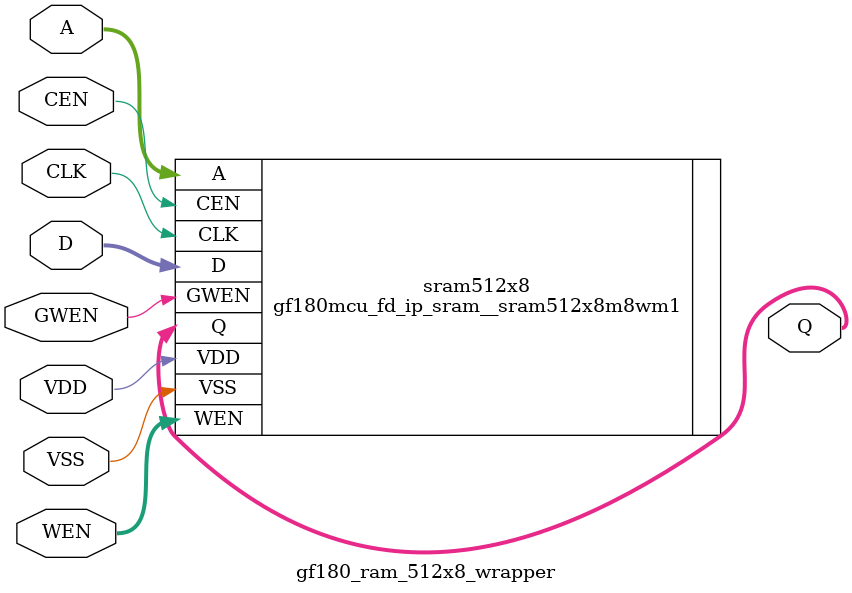
<source format=v>
module gf180_ram_512x8_wrapper (CEN,
    CLK,
    GWEN,
    VDD,
    VSS,
    A,
    D,
    Q,
    WEN);
 input CEN;
 input CLK;
 input GWEN;
 input VDD;
 input VSS;
 input [8:0] A;
 input [7:0] D;
 output [7:0] Q;
 input [7:0] WEN;


 gf180mcu_fd_ip_sram__sram512x8m8wm1 sram512x8 (.CEN(CEN),
    .CLK(CLK),
    .GWEN(GWEN),
    .VDD(VDD),
    .VSS(VSS),
    .A({A[8],
    A[7],
    A[6],
    A[5],
    A[4],
    A[3],
    A[2],
    A[1],
    A[0]}),
    .D({D[7],
    D[6],
    D[5],
    D[4],
    D[3],
    D[2],
    D[1],
    D[0]}),
    .Q({Q[7],
    Q[6],
    Q[5],
    Q[4],
    Q[3],
    Q[2],
    Q[1],
    Q[0]}),
    .WEN({WEN[7],
    WEN[6],
    WEN[5],
    WEN[4],
    WEN[3],
    WEN[2],
    WEN[1],
    WEN[0]}));
endmodule

</source>
